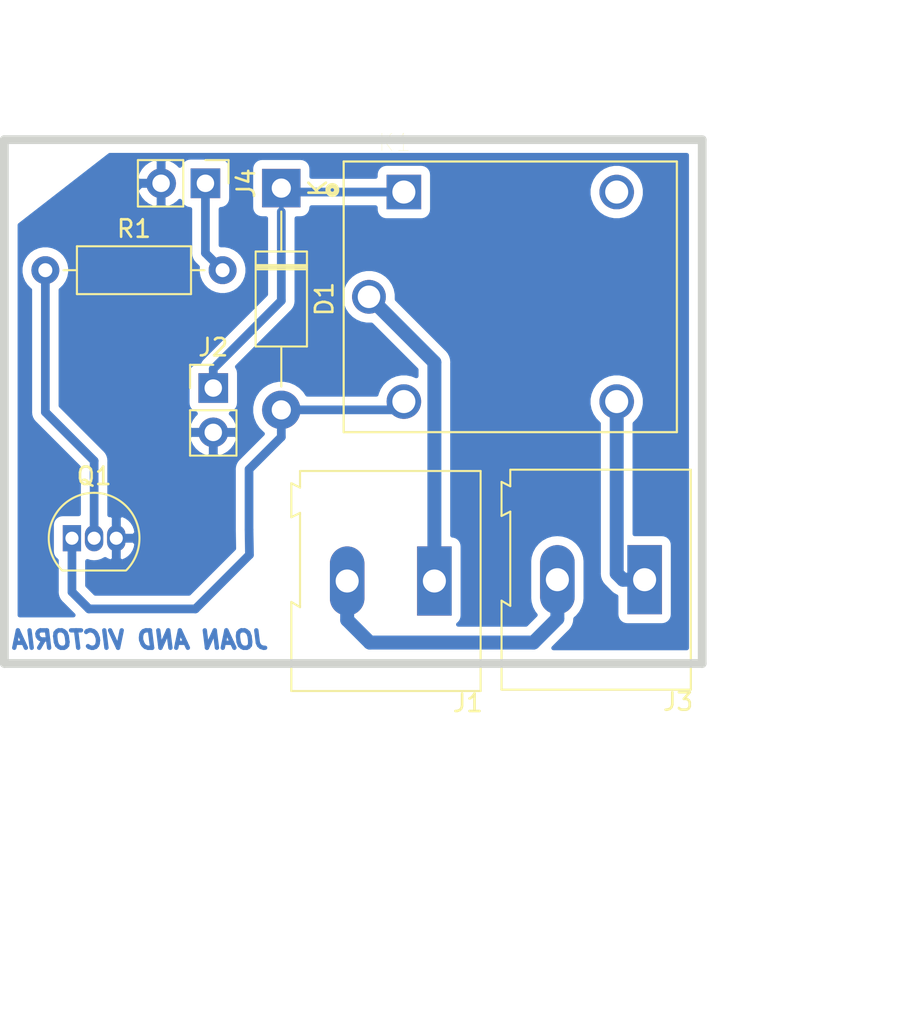
<source format=kicad_pcb>
(kicad_pcb (version 20171130) (host pcbnew "(5.1.5)-3")

  (general
    (thickness 1.6)
    (drawings 8)
    (tracks 39)
    (zones 0)
    (modules 8)
    (nets 10)
  )

  (page A4)
  (layers
    (0 F.Cu signal)
    (31 B.Cu signal)
    (32 B.Adhes user)
    (33 F.Adhes user)
    (34 B.Paste user)
    (35 F.Paste user)
    (36 B.SilkS user)
    (37 F.SilkS user)
    (38 B.Mask user)
    (39 F.Mask user)
    (40 Dwgs.User user)
    (41 Cmts.User user)
    (42 Eco1.User user)
    (43 Eco2.User user)
    (44 Edge.Cuts user)
    (45 Margin user)
    (46 B.CrtYd user)
    (47 F.CrtYd user)
    (48 B.Fab user)
    (49 F.Fab user)
  )

  (setup
    (last_trace_width 0.25)
    (trace_clearance 0.2)
    (zone_clearance 0.508)
    (zone_45_only no)
    (trace_min 0.2)
    (via_size 0.8)
    (via_drill 0.4)
    (via_min_size 0.4)
    (via_min_drill 0.3)
    (uvia_size 0.3)
    (uvia_drill 0.1)
    (uvias_allowed no)
    (uvia_min_size 0.2)
    (uvia_min_drill 0.1)
    (edge_width 0.05)
    (segment_width 0.2)
    (pcb_text_width 0.3)
    (pcb_text_size 1.5 1.5)
    (mod_edge_width 0.12)
    (mod_text_size 1 1)
    (mod_text_width 0.15)
    (pad_size 1.524 1.524)
    (pad_drill 0.762)
    (pad_to_mask_clearance 0.051)
    (solder_mask_min_width 0.25)
    (aux_axis_origin 0 0)
    (visible_elements 7FFFFFFF)
    (pcbplotparams
      (layerselection 0x00000_fffffffe)
      (usegerberextensions false)
      (usegerberattributes false)
      (usegerberadvancedattributes false)
      (creategerberjobfile false)
      (excludeedgelayer false)
      (linewidth 0.100000)
      (plotframeref false)
      (viasonmask false)
      (mode 1)
      (useauxorigin false)
      (hpglpennumber 1)
      (hpglpenspeed 20)
      (hpglpendiameter 15.000000)
      (psnegative false)
      (psa4output false)
      (plotreference true)
      (plotvalue true)
      (plotinvisibletext false)
      (padsonsilk false)
      (subtractmaskfromsilk false)
      (outputformat 4)
      (mirror false)
      (drillshape 0)
      (scaleselection 1)
      (outputdirectory "C:/Users/joan/Desktop/KiCad/FUSH PDF/"))
  )

  (net 0 "")
  (net 1 "Net-(D1-Pad2)")
  (net 2 "Net-(Q1-Pad2)")
  (net 3 +5V)
  (net 4 "Net-(J1-Pad2)")
  (net 5 "Net-(J1-Pad1)")
  (net 6 NO)
  (net 7 "Net-(K1-PadNC)")
  (net 8 -5V)
  (net 9 "Net-(J4-Pad1)")

  (net_class Default "This is the default net class."
    (clearance 0.2)
    (trace_width 0.25)
    (via_dia 0.8)
    (via_drill 0.4)
    (uvia_dia 0.3)
    (uvia_drill 0.1)
    (add_net +5V)
    (add_net -5V)
    (add_net NO)
    (add_net "Net-(D1-Pad2)")
    (add_net "Net-(J1-Pad1)")
    (add_net "Net-(J1-Pad2)")
    (add_net "Net-(J4-Pad1)")
    (add_net "Net-(K1-PadNC)")
    (add_net "Net-(Q1-Pad2)")
  )

  (module Connector_PinHeader_2.54mm:PinHeader_1x02_P2.54mm_Vertical (layer F.Cu) (tedit 59FED5CC) (tstamp 60362D7E)
    (at 142.525 42.5 270)
    (descr "Through hole straight pin header, 1x02, 2.54mm pitch, single row")
    (tags "Through hole pin header THT 1x02 2.54mm single row")
    (path /60362F2F)
    (fp_text reference J4 (at 0 -2.33 90) (layer F.SilkS)
      (effects (font (size 1 1) (thickness 0.15)))
    )
    (fp_text value ARD (at 0 4.87 90) (layer F.Fab)
      (effects (font (size 1 1) (thickness 0.25)))
    )
    (fp_line (start -0.635 -1.27) (end 1.27 -1.27) (layer F.Fab) (width 0.1))
    (fp_line (start 1.27 -1.27) (end 1.27 3.81) (layer F.Fab) (width 0.1))
    (fp_line (start 1.27 3.81) (end -1.27 3.81) (layer F.Fab) (width 0.1))
    (fp_line (start -1.27 3.81) (end -1.27 -0.635) (layer F.Fab) (width 0.1))
    (fp_line (start -1.27 -0.635) (end -0.635 -1.27) (layer F.Fab) (width 0.1))
    (fp_line (start -1.33 3.87) (end 1.33 3.87) (layer F.SilkS) (width 0.12))
    (fp_line (start -1.33 1.27) (end -1.33 3.87) (layer F.SilkS) (width 0.12))
    (fp_line (start 1.33 1.27) (end 1.33 3.87) (layer F.SilkS) (width 0.12))
    (fp_line (start -1.33 1.27) (end 1.33 1.27) (layer F.SilkS) (width 0.12))
    (fp_line (start -1.33 0) (end -1.33 -1.33) (layer F.SilkS) (width 0.12))
    (fp_line (start -1.33 -1.33) (end 0 -1.33) (layer F.SilkS) (width 0.12))
    (fp_line (start -1.8 -1.8) (end -1.8 4.35) (layer F.CrtYd) (width 0.05))
    (fp_line (start -1.8 4.35) (end 1.8 4.35) (layer F.CrtYd) (width 0.05))
    (fp_line (start 1.8 4.35) (end 1.8 -1.8) (layer F.CrtYd) (width 0.05))
    (fp_line (start 1.8 -1.8) (end -1.8 -1.8) (layer F.CrtYd) (width 0.05))
    (fp_text user %R (at 0 1.27) (layer F.Fab)
      (effects (font (size 1 1) (thickness 0.15)))
    )
    (pad 1 thru_hole rect (at 0 0 270) (size 1.7 1.7) (drill 1) (layers *.Cu *.Mask)
      (net 9 "Net-(J4-Pad1)"))
    (pad 2 thru_hole oval (at 0 2.54 270) (size 1.7 1.7) (drill 1) (layers *.Cu *.Mask)
      (net 8 -5V))
    (model ${KISYS3DMOD}/Connector_PinHeader_2.54mm.3dshapes/PinHeader_1x02_P2.54mm_Vertical.wrl
      (at (xyz 0 0 0))
      (scale (xyz 1 1 1))
      (rotate (xyz 0 0 0))
    )
  )

  (module Diode_THT:D_DO-41_SOD81_P12.70mm_Horizontal (layer F.Cu) (tedit 5AE50CD5) (tstamp 603580CD)
    (at 146.875 42.775 270)
    (descr "Diode, DO-41_SOD81 series, Axial, Horizontal, pin pitch=12.7mm, , length*diameter=5.2*2.7mm^2, , http://www.diodes.com/_files/packages/DO-41%20(Plastic).pdf")
    (tags "Diode DO-41_SOD81 series Axial Horizontal pin pitch 12.7mm  length 5.2mm diameter 2.7mm")
    (path /6035DC2B)
    (fp_text reference D1 (at 6.35 -2.47 90) (layer F.SilkS)
      (effects (font (size 1 1) (thickness 0.15)))
    )
    (fp_text value 1N4007 (at 6.35 2.47 90) (layer F.Fab)
      (effects (font (size 1 1) (thickness 0.15)))
    )
    (fp_line (start 3.75 -1.35) (end 3.75 1.35) (layer F.Fab) (width 0.1))
    (fp_line (start 3.75 1.35) (end 8.95 1.35) (layer F.Fab) (width 0.1))
    (fp_line (start 8.95 1.35) (end 8.95 -1.35) (layer F.Fab) (width 0.1))
    (fp_line (start 8.95 -1.35) (end 3.75 -1.35) (layer F.Fab) (width 0.1))
    (fp_line (start 0 0) (end 3.75 0) (layer F.Fab) (width 0.1))
    (fp_line (start 12.7 0) (end 8.95 0) (layer F.Fab) (width 0.1))
    (fp_line (start 4.53 -1.35) (end 4.53 1.35) (layer F.Fab) (width 0.1))
    (fp_line (start 4.63 -1.35) (end 4.63 1.35) (layer F.Fab) (width 0.1))
    (fp_line (start 4.43 -1.35) (end 4.43 1.35) (layer F.Fab) (width 0.1))
    (fp_line (start 3.63 -1.47) (end 3.63 1.47) (layer F.SilkS) (width 0.12))
    (fp_line (start 3.63 1.47) (end 9.07 1.47) (layer F.SilkS) (width 0.12))
    (fp_line (start 9.07 1.47) (end 9.07 -1.47) (layer F.SilkS) (width 0.12))
    (fp_line (start 9.07 -1.47) (end 3.63 -1.47) (layer F.SilkS) (width 0.12))
    (fp_line (start 1.34 0) (end 3.63 0) (layer F.SilkS) (width 0.12))
    (fp_line (start 11.36 0) (end 9.07 0) (layer F.SilkS) (width 0.12))
    (fp_line (start 4.53 -1.47) (end 4.53 1.47) (layer F.SilkS) (width 0.12))
    (fp_line (start 4.65 -1.47) (end 4.65 1.47) (layer F.SilkS) (width 0.12))
    (fp_line (start 4.41 -1.47) (end 4.41 1.47) (layer F.SilkS) (width 0.12))
    (fp_line (start -1.35 -1.6) (end -1.35 1.6) (layer F.CrtYd) (width 0.05))
    (fp_line (start -1.35 1.6) (end 14.05 1.6) (layer F.CrtYd) (width 0.05))
    (fp_line (start 14.05 1.6) (end 14.05 -1.6) (layer F.CrtYd) (width 0.05))
    (fp_line (start 14.05 -1.6) (end -1.35 -1.6) (layer F.CrtYd) (width 0.05))
    (fp_text user %R (at 6.74 0 90) (layer F.Fab)
      (effects (font (size 1 1) (thickness 0.15)))
    )
    (fp_text user K (at 0 -2.1 90) (layer F.Fab)
      (effects (font (size 1 1) (thickness 0.15)))
    )
    (fp_text user K (at 0 -2.1 90) (layer F.SilkS)
      (effects (font (size 1 1) (thickness 0.15)))
    )
    (pad 1 thru_hole rect (at 0 0 270) (size 2.2 2.2) (drill 1.1) (layers *.Cu *.Mask)
      (net 3 +5V))
    (pad 2 thru_hole oval (at 12.7 0 270) (size 2.2 2.2) (drill 1.1) (layers *.Cu *.Mask)
      (net 1 "Net-(D1-Pad2)"))
    (model ${KISYS3DMOD}/Diode_THT.3dshapes/D_DO-41_SOD81_P12.70mm_Horizontal.wrl
      (at (xyz 0 0 0))
      (scale (xyz 1 1 1))
      (rotate (xyz 0 0 0))
    )
  )

  (module TerminalBlock:TerminalBlock_Altech_AK300-2_P5.00mm (layer F.Cu) (tedit 59FF0306) (tstamp 603580CE)
    (at 155.65 65.275 180)
    (descr "Altech AK300 terminal block, pitch 5.0mm, 45 degree angled, see http://www.mouser.com/ds/2/16/PCBMETRC-24178.pdf")
    (tags "Altech AK300 terminal block pitch 5.0mm")
    (path /602E4745)
    (fp_text reference J1 (at -1.92 -6.99) (layer F.SilkS)
      (effects (font (size 1 1) (thickness 0.15)))
    )
    (fp_text value AC (at 2.78 7.75) (layer F.Fab)
      (effects (font (size 1 1) (thickness 0.15)))
    )
    (fp_text user %R (at 2.5 -2) (layer F.Fab)
      (effects (font (size 1 1) (thickness 0.15)))
    )
    (fp_line (start -2.65 -6.3) (end -2.65 6.3) (layer F.SilkS) (width 0.12))
    (fp_line (start -2.65 6.3) (end 7.7 6.3) (layer F.SilkS) (width 0.12))
    (fp_line (start 7.7 6.3) (end 7.7 5.35) (layer F.SilkS) (width 0.12))
    (fp_line (start 7.7 5.35) (end 8.2 5.6) (layer F.SilkS) (width 0.12))
    (fp_line (start 8.2 5.6) (end 8.2 3.7) (layer F.SilkS) (width 0.12))
    (fp_line (start 8.2 3.7) (end 8.2 3.65) (layer F.SilkS) (width 0.12))
    (fp_line (start 8.2 3.65) (end 7.7 3.9) (layer F.SilkS) (width 0.12))
    (fp_line (start 7.7 3.9) (end 7.7 -1.5) (layer F.SilkS) (width 0.12))
    (fp_line (start 7.7 -1.5) (end 8.2 -1.2) (layer F.SilkS) (width 0.12))
    (fp_line (start 8.2 -1.2) (end 8.2 -6.3) (layer F.SilkS) (width 0.12))
    (fp_line (start 8.2 -6.3) (end -2.65 -6.3) (layer F.SilkS) (width 0.12))
    (fp_line (start -1.26 2.54) (end 1.28 2.54) (layer F.Fab) (width 0.1))
    (fp_line (start 1.28 2.54) (end 1.28 -0.25) (layer F.Fab) (width 0.1))
    (fp_line (start -1.26 -0.25) (end 1.28 -0.25) (layer F.Fab) (width 0.1))
    (fp_line (start -1.26 2.54) (end -1.26 -0.25) (layer F.Fab) (width 0.1))
    (fp_line (start 3.74 2.54) (end 6.28 2.54) (layer F.Fab) (width 0.1))
    (fp_line (start 6.28 2.54) (end 6.28 -0.25) (layer F.Fab) (width 0.1))
    (fp_line (start 3.74 -0.25) (end 6.28 -0.25) (layer F.Fab) (width 0.1))
    (fp_line (start 3.74 2.54) (end 3.74 -0.25) (layer F.Fab) (width 0.1))
    (fp_line (start 7.61 -6.22) (end 7.61 -3.17) (layer F.Fab) (width 0.1))
    (fp_line (start 7.61 -6.22) (end -2.58 -6.22) (layer F.Fab) (width 0.1))
    (fp_line (start 7.61 -6.22) (end 8.11 -6.22) (layer F.Fab) (width 0.1))
    (fp_line (start 8.11 -6.22) (end 8.11 -1.4) (layer F.Fab) (width 0.1))
    (fp_line (start 8.11 -1.4) (end 7.61 -1.65) (layer F.Fab) (width 0.1))
    (fp_line (start 8.11 5.46) (end 7.61 5.21) (layer F.Fab) (width 0.1))
    (fp_line (start 7.61 5.21) (end 7.61 6.22) (layer F.Fab) (width 0.1))
    (fp_line (start 8.11 3.81) (end 7.61 4.06) (layer F.Fab) (width 0.1))
    (fp_line (start 7.61 4.06) (end 7.61 5.21) (layer F.Fab) (width 0.1))
    (fp_line (start 8.11 3.81) (end 8.11 5.46) (layer F.Fab) (width 0.1))
    (fp_line (start 2.98 6.22) (end 2.98 4.32) (layer F.Fab) (width 0.1))
    (fp_line (start 7.05 -0.25) (end 7.05 4.32) (layer F.Fab) (width 0.1))
    (fp_line (start 2.98 6.22) (end 7.05 6.22) (layer F.Fab) (width 0.1))
    (fp_line (start 7.05 6.22) (end 7.61 6.22) (layer F.Fab) (width 0.1))
    (fp_line (start 2.04 6.22) (end 2.04 4.32) (layer F.Fab) (width 0.1))
    (fp_line (start 2.04 6.22) (end 2.98 6.22) (layer F.Fab) (width 0.1))
    (fp_line (start -2.02 -0.25) (end -2.02 4.32) (layer F.Fab) (width 0.1))
    (fp_line (start -2.58 6.22) (end -2.02 6.22) (layer F.Fab) (width 0.1))
    (fp_line (start -2.02 6.22) (end 2.04 6.22) (layer F.Fab) (width 0.1))
    (fp_line (start 2.98 4.32) (end 7.05 4.32) (layer F.Fab) (width 0.1))
    (fp_line (start 2.98 4.32) (end 2.98 -0.25) (layer F.Fab) (width 0.1))
    (fp_line (start 7.05 4.32) (end 7.05 6.22) (layer F.Fab) (width 0.1))
    (fp_line (start 2.04 4.32) (end -2.02 4.32) (layer F.Fab) (width 0.1))
    (fp_line (start 2.04 4.32) (end 2.04 -0.25) (layer F.Fab) (width 0.1))
    (fp_line (start -2.02 4.32) (end -2.02 6.22) (layer F.Fab) (width 0.1))
    (fp_line (start 6.67 3.68) (end 6.67 0.51) (layer F.Fab) (width 0.1))
    (fp_line (start 6.67 3.68) (end 3.36 3.68) (layer F.Fab) (width 0.1))
    (fp_line (start 3.36 3.68) (end 3.36 0.51) (layer F.Fab) (width 0.1))
    (fp_line (start 1.66 3.68) (end 1.66 0.51) (layer F.Fab) (width 0.1))
    (fp_line (start 1.66 3.68) (end -1.64 3.68) (layer F.Fab) (width 0.1))
    (fp_line (start -1.64 3.68) (end -1.64 0.51) (layer F.Fab) (width 0.1))
    (fp_line (start -1.64 0.51) (end -1.26 0.51) (layer F.Fab) (width 0.1))
    (fp_line (start 1.66 0.51) (end 1.28 0.51) (layer F.Fab) (width 0.1))
    (fp_line (start 3.36 0.51) (end 3.74 0.51) (layer F.Fab) (width 0.1))
    (fp_line (start 6.67 0.51) (end 6.28 0.51) (layer F.Fab) (width 0.1))
    (fp_line (start -2.58 6.22) (end -2.58 -0.64) (layer F.Fab) (width 0.1))
    (fp_line (start -2.58 -0.64) (end -2.58 -3.17) (layer F.Fab) (width 0.1))
    (fp_line (start 7.61 -1.65) (end 7.61 -0.64) (layer F.Fab) (width 0.1))
    (fp_line (start 7.61 -0.64) (end 7.61 4.06) (layer F.Fab) (width 0.1))
    (fp_line (start -2.58 -3.17) (end 7.61 -3.17) (layer F.Fab) (width 0.1))
    (fp_line (start -2.58 -3.17) (end -2.58 -6.22) (layer F.Fab) (width 0.1))
    (fp_line (start 7.61 -3.17) (end 7.61 -1.65) (layer F.Fab) (width 0.1))
    (fp_line (start 2.98 -3.43) (end 2.98 -5.97) (layer F.Fab) (width 0.1))
    (fp_line (start 2.98 -5.97) (end 7.05 -5.97) (layer F.Fab) (width 0.1))
    (fp_line (start 7.05 -5.97) (end 7.05 -3.43) (layer F.Fab) (width 0.1))
    (fp_line (start 7.05 -3.43) (end 2.98 -3.43) (layer F.Fab) (width 0.1))
    (fp_line (start 2.04 -3.43) (end 2.04 -5.97) (layer F.Fab) (width 0.1))
    (fp_line (start 2.04 -3.43) (end -2.02 -3.43) (layer F.Fab) (width 0.1))
    (fp_line (start -2.02 -3.43) (end -2.02 -5.97) (layer F.Fab) (width 0.1))
    (fp_line (start 2.04 -5.97) (end -2.02 -5.97) (layer F.Fab) (width 0.1))
    (fp_line (start 3.39 -4.45) (end 6.44 -5.08) (layer F.Fab) (width 0.1))
    (fp_line (start 3.52 -4.32) (end 6.56 -4.95) (layer F.Fab) (width 0.1))
    (fp_line (start -1.62 -4.45) (end 1.44 -5.08) (layer F.Fab) (width 0.1))
    (fp_line (start -1.49 -4.32) (end 1.56 -4.95) (layer F.Fab) (width 0.1))
    (fp_line (start -2.02 -0.25) (end -1.64 -0.25) (layer F.Fab) (width 0.1))
    (fp_line (start 2.04 -0.25) (end 1.66 -0.25) (layer F.Fab) (width 0.1))
    (fp_line (start 1.66 -0.25) (end -1.64 -0.25) (layer F.Fab) (width 0.1))
    (fp_line (start -2.58 -0.64) (end -1.64 -0.64) (layer F.Fab) (width 0.1))
    (fp_line (start -1.64 -0.64) (end 1.66 -0.64) (layer F.Fab) (width 0.1))
    (fp_line (start 1.66 -0.64) (end 3.36 -0.64) (layer F.Fab) (width 0.1))
    (fp_line (start 7.61 -0.64) (end 6.67 -0.64) (layer F.Fab) (width 0.1))
    (fp_line (start 6.67 -0.64) (end 3.36 -0.64) (layer F.Fab) (width 0.1))
    (fp_line (start 7.05 -0.25) (end 6.67 -0.25) (layer F.Fab) (width 0.1))
    (fp_line (start 2.98 -0.25) (end 3.36 -0.25) (layer F.Fab) (width 0.1))
    (fp_line (start 3.36 -0.25) (end 6.67 -0.25) (layer F.Fab) (width 0.1))
    (fp_line (start -2.83 -6.47) (end 8.36 -6.47) (layer F.CrtYd) (width 0.05))
    (fp_line (start -2.83 -6.47) (end -2.83 6.47) (layer F.CrtYd) (width 0.05))
    (fp_line (start 8.36 6.47) (end 8.36 -6.47) (layer F.CrtYd) (width 0.05))
    (fp_line (start 8.36 6.47) (end -2.83 6.47) (layer F.CrtYd) (width 0.05))
    (fp_arc (start 6.03 -4.59) (end 6.54 -5.05) (angle 90.5) (layer F.Fab) (width 0.1))
    (fp_arc (start 5.07 -6.07) (end 6.53 -4.12) (angle 75.5) (layer F.Fab) (width 0.1))
    (fp_arc (start 4.99 -3.71) (end 3.39 -5) (angle 100) (layer F.Fab) (width 0.1))
    (fp_arc (start 3.87 -4.65) (end 3.58 -4.13) (angle 104.2) (layer F.Fab) (width 0.1))
    (fp_arc (start 1.03 -4.59) (end 1.53 -5.05) (angle 90.5) (layer F.Fab) (width 0.1))
    (fp_arc (start 0.06 -6.07) (end 1.53 -4.12) (angle 75.5) (layer F.Fab) (width 0.1))
    (fp_arc (start -0.01 -3.71) (end -1.62 -5) (angle 100) (layer F.Fab) (width 0.1))
    (fp_arc (start -1.13 -4.65) (end -1.42 -4.13) (angle 104.2) (layer F.Fab) (width 0.1))
    (pad 1 thru_hole rect (at 0 0 180) (size 1.98 3.96) (drill 1.32) (layers *.Cu *.Mask)
      (net 5 "Net-(J1-Pad1)"))
    (pad 2 thru_hole oval (at 5 0 180) (size 1.98 3.96) (drill 1.32) (layers *.Cu *.Mask)
      (net 4 "Net-(J1-Pad2)"))
    (model ${KISYS3DMOD}/TerminalBlock.3dshapes/TerminalBlock_Altech_AK300-2_P5.00mm.wrl
      (at (xyz 0 0 0))
      (scale (xyz 1 1 1))
      (rotate (xyz 0 0 0))
    )
  )

  (module Connector_PinHeader_2.54mm:PinHeader_1x02_P2.54mm_Vertical (layer F.Cu) (tedit 59FED5CC) (tstamp 60358149)
    (at 142.975 54.225)
    (descr "Through hole straight pin header, 1x02, 2.54mm pitch, single row")
    (tags "Through hole pin header THT 1x02 2.54mm single row")
    (path /6037200C)
    (fp_text reference J2 (at 0 -2.33) (layer F.SilkS)
      (effects (font (size 1 1) (thickness 0.15)))
    )
    (fp_text value 5V (at 0 4.87) (layer F.Fab)
      (effects (font (size 1 1) (thickness 0.15)))
    )
    (fp_line (start -0.635 -1.27) (end 1.27 -1.27) (layer F.Fab) (width 0.1))
    (fp_line (start 1.27 -1.27) (end 1.27 3.81) (layer F.Fab) (width 0.1))
    (fp_line (start 1.27 3.81) (end -1.27 3.81) (layer F.Fab) (width 0.1))
    (fp_line (start -1.27 3.81) (end -1.27 -0.635) (layer F.Fab) (width 0.1))
    (fp_line (start -1.27 -0.635) (end -0.635 -1.27) (layer F.Fab) (width 0.1))
    (fp_line (start -1.33 3.87) (end 1.33 3.87) (layer F.SilkS) (width 0.12))
    (fp_line (start -1.33 1.27) (end -1.33 3.87) (layer F.SilkS) (width 0.12))
    (fp_line (start 1.33 1.27) (end 1.33 3.87) (layer F.SilkS) (width 0.12))
    (fp_line (start -1.33 1.27) (end 1.33 1.27) (layer F.SilkS) (width 0.12))
    (fp_line (start -1.33 0) (end -1.33 -1.33) (layer F.SilkS) (width 0.12))
    (fp_line (start -1.33 -1.33) (end 0 -1.33) (layer F.SilkS) (width 0.12))
    (fp_line (start -1.8 -1.8) (end -1.8 4.35) (layer F.CrtYd) (width 0.05))
    (fp_line (start -1.8 4.35) (end 1.8 4.35) (layer F.CrtYd) (width 0.05))
    (fp_line (start 1.8 4.35) (end 1.8 -1.8) (layer F.CrtYd) (width 0.05))
    (fp_line (start 1.8 -1.8) (end -1.8 -1.8) (layer F.CrtYd) (width 0.05))
    (fp_text user %R (at 0 1.27 90) (layer F.Fab)
      (effects (font (size 1 1) (thickness 0.15)))
    )
    (pad 1 thru_hole rect (at 0 0) (size 1.7 1.7) (drill 1) (layers *.Cu *.Mask)
      (net 3 +5V))
    (pad 2 thru_hole oval (at 0 2.54) (size 1.7 1.7) (drill 1) (layers *.Cu *.Mask)
      (net 8 -5V))
    (model ${KISYS3DMOD}/Connector_PinHeader_2.54mm.3dshapes/PinHeader_1x02_P2.54mm_Vertical.wrl
      (at (xyz 0 0 0))
      (scale (xyz 1 1 1))
      (rotate (xyz 0 0 0))
    )
  )

  (module TerminalBlock:TerminalBlock_Altech_AK300-2_P5.00mm (layer F.Cu) (tedit 59FF0306) (tstamp 603581B0)
    (at 167.7 65.2 180)
    (descr "Altech AK300 terminal block, pitch 5.0mm, 45 degree angled, see http://www.mouser.com/ds/2/16/PCBMETRC-24178.pdf")
    (tags "Altech AK300 terminal block pitch 5.0mm")
    (path /6036E7A5)
    (fp_text reference J3 (at -1.92 -6.99) (layer F.SilkS)
      (effects (font (size 1 1) (thickness 0.15)))
    )
    (fp_text value LAMP (at 2.78 7.75) (layer F.Fab)
      (effects (font (size 1 1) (thickness 0.15)))
    )
    (fp_arc (start -1.13 -4.65) (end -1.42 -4.13) (angle 104.2) (layer F.Fab) (width 0.1))
    (fp_arc (start -0.01 -3.71) (end -1.62 -5) (angle 100) (layer F.Fab) (width 0.1))
    (fp_arc (start 0.06 -6.07) (end 1.53 -4.12) (angle 75.5) (layer F.Fab) (width 0.1))
    (fp_arc (start 1.03 -4.59) (end 1.53 -5.05) (angle 90.5) (layer F.Fab) (width 0.1))
    (fp_arc (start 3.87 -4.65) (end 3.58 -4.13) (angle 104.2) (layer F.Fab) (width 0.1))
    (fp_arc (start 4.99 -3.71) (end 3.39 -5) (angle 100) (layer F.Fab) (width 0.1))
    (fp_arc (start 5.07 -6.07) (end 6.53 -4.12) (angle 75.5) (layer F.Fab) (width 0.1))
    (fp_arc (start 6.03 -4.59) (end 6.54 -5.05) (angle 90.5) (layer F.Fab) (width 0.1))
    (fp_line (start 8.36 6.47) (end -2.83 6.47) (layer F.CrtYd) (width 0.05))
    (fp_line (start 8.36 6.47) (end 8.36 -6.47) (layer F.CrtYd) (width 0.05))
    (fp_line (start -2.83 -6.47) (end -2.83 6.47) (layer F.CrtYd) (width 0.05))
    (fp_line (start -2.83 -6.47) (end 8.36 -6.47) (layer F.CrtYd) (width 0.05))
    (fp_line (start 3.36 -0.25) (end 6.67 -0.25) (layer F.Fab) (width 0.1))
    (fp_line (start 2.98 -0.25) (end 3.36 -0.25) (layer F.Fab) (width 0.1))
    (fp_line (start 7.05 -0.25) (end 6.67 -0.25) (layer F.Fab) (width 0.1))
    (fp_line (start 6.67 -0.64) (end 3.36 -0.64) (layer F.Fab) (width 0.1))
    (fp_line (start 7.61 -0.64) (end 6.67 -0.64) (layer F.Fab) (width 0.1))
    (fp_line (start 1.66 -0.64) (end 3.36 -0.64) (layer F.Fab) (width 0.1))
    (fp_line (start -1.64 -0.64) (end 1.66 -0.64) (layer F.Fab) (width 0.1))
    (fp_line (start -2.58 -0.64) (end -1.64 -0.64) (layer F.Fab) (width 0.1))
    (fp_line (start 1.66 -0.25) (end -1.64 -0.25) (layer F.Fab) (width 0.1))
    (fp_line (start 2.04 -0.25) (end 1.66 -0.25) (layer F.Fab) (width 0.1))
    (fp_line (start -2.02 -0.25) (end -1.64 -0.25) (layer F.Fab) (width 0.1))
    (fp_line (start -1.49 -4.32) (end 1.56 -4.95) (layer F.Fab) (width 0.1))
    (fp_line (start -1.62 -4.45) (end 1.44 -5.08) (layer F.Fab) (width 0.1))
    (fp_line (start 3.52 -4.32) (end 6.56 -4.95) (layer F.Fab) (width 0.1))
    (fp_line (start 3.39 -4.45) (end 6.44 -5.08) (layer F.Fab) (width 0.1))
    (fp_line (start 2.04 -5.97) (end -2.02 -5.97) (layer F.Fab) (width 0.1))
    (fp_line (start -2.02 -3.43) (end -2.02 -5.97) (layer F.Fab) (width 0.1))
    (fp_line (start 2.04 -3.43) (end -2.02 -3.43) (layer F.Fab) (width 0.1))
    (fp_line (start 2.04 -3.43) (end 2.04 -5.97) (layer F.Fab) (width 0.1))
    (fp_line (start 7.05 -3.43) (end 2.98 -3.43) (layer F.Fab) (width 0.1))
    (fp_line (start 7.05 -5.97) (end 7.05 -3.43) (layer F.Fab) (width 0.1))
    (fp_line (start 2.98 -5.97) (end 7.05 -5.97) (layer F.Fab) (width 0.1))
    (fp_line (start 2.98 -3.43) (end 2.98 -5.97) (layer F.Fab) (width 0.1))
    (fp_line (start 7.61 -3.17) (end 7.61 -1.65) (layer F.Fab) (width 0.1))
    (fp_line (start -2.58 -3.17) (end -2.58 -6.22) (layer F.Fab) (width 0.1))
    (fp_line (start -2.58 -3.17) (end 7.61 -3.17) (layer F.Fab) (width 0.1))
    (fp_line (start 7.61 -0.64) (end 7.61 4.06) (layer F.Fab) (width 0.1))
    (fp_line (start 7.61 -1.65) (end 7.61 -0.64) (layer F.Fab) (width 0.1))
    (fp_line (start -2.58 -0.64) (end -2.58 -3.17) (layer F.Fab) (width 0.1))
    (fp_line (start -2.58 6.22) (end -2.58 -0.64) (layer F.Fab) (width 0.1))
    (fp_line (start 6.67 0.51) (end 6.28 0.51) (layer F.Fab) (width 0.1))
    (fp_line (start 3.36 0.51) (end 3.74 0.51) (layer F.Fab) (width 0.1))
    (fp_line (start 1.66 0.51) (end 1.28 0.51) (layer F.Fab) (width 0.1))
    (fp_line (start -1.64 0.51) (end -1.26 0.51) (layer F.Fab) (width 0.1))
    (fp_line (start -1.64 3.68) (end -1.64 0.51) (layer F.Fab) (width 0.1))
    (fp_line (start 1.66 3.68) (end -1.64 3.68) (layer F.Fab) (width 0.1))
    (fp_line (start 1.66 3.68) (end 1.66 0.51) (layer F.Fab) (width 0.1))
    (fp_line (start 3.36 3.68) (end 3.36 0.51) (layer F.Fab) (width 0.1))
    (fp_line (start 6.67 3.68) (end 3.36 3.68) (layer F.Fab) (width 0.1))
    (fp_line (start 6.67 3.68) (end 6.67 0.51) (layer F.Fab) (width 0.1))
    (fp_line (start -2.02 4.32) (end -2.02 6.22) (layer F.Fab) (width 0.1))
    (fp_line (start 2.04 4.32) (end 2.04 -0.25) (layer F.Fab) (width 0.1))
    (fp_line (start 2.04 4.32) (end -2.02 4.32) (layer F.Fab) (width 0.1))
    (fp_line (start 7.05 4.32) (end 7.05 6.22) (layer F.Fab) (width 0.1))
    (fp_line (start 2.98 4.32) (end 2.98 -0.25) (layer F.Fab) (width 0.1))
    (fp_line (start 2.98 4.32) (end 7.05 4.32) (layer F.Fab) (width 0.1))
    (fp_line (start -2.02 6.22) (end 2.04 6.22) (layer F.Fab) (width 0.1))
    (fp_line (start -2.58 6.22) (end -2.02 6.22) (layer F.Fab) (width 0.1))
    (fp_line (start -2.02 -0.25) (end -2.02 4.32) (layer F.Fab) (width 0.1))
    (fp_line (start 2.04 6.22) (end 2.98 6.22) (layer F.Fab) (width 0.1))
    (fp_line (start 2.04 6.22) (end 2.04 4.32) (layer F.Fab) (width 0.1))
    (fp_line (start 7.05 6.22) (end 7.61 6.22) (layer F.Fab) (width 0.1))
    (fp_line (start 2.98 6.22) (end 7.05 6.22) (layer F.Fab) (width 0.1))
    (fp_line (start 7.05 -0.25) (end 7.05 4.32) (layer F.Fab) (width 0.1))
    (fp_line (start 2.98 6.22) (end 2.98 4.32) (layer F.Fab) (width 0.1))
    (fp_line (start 8.11 3.81) (end 8.11 5.46) (layer F.Fab) (width 0.1))
    (fp_line (start 7.61 4.06) (end 7.61 5.21) (layer F.Fab) (width 0.1))
    (fp_line (start 8.11 3.81) (end 7.61 4.06) (layer F.Fab) (width 0.1))
    (fp_line (start 7.61 5.21) (end 7.61 6.22) (layer F.Fab) (width 0.1))
    (fp_line (start 8.11 5.46) (end 7.61 5.21) (layer F.Fab) (width 0.1))
    (fp_line (start 8.11 -1.4) (end 7.61 -1.65) (layer F.Fab) (width 0.1))
    (fp_line (start 8.11 -6.22) (end 8.11 -1.4) (layer F.Fab) (width 0.1))
    (fp_line (start 7.61 -6.22) (end 8.11 -6.22) (layer F.Fab) (width 0.1))
    (fp_line (start 7.61 -6.22) (end -2.58 -6.22) (layer F.Fab) (width 0.1))
    (fp_line (start 7.61 -6.22) (end 7.61 -3.17) (layer F.Fab) (width 0.1))
    (fp_line (start 3.74 2.54) (end 3.74 -0.25) (layer F.Fab) (width 0.1))
    (fp_line (start 3.74 -0.25) (end 6.28 -0.25) (layer F.Fab) (width 0.1))
    (fp_line (start 6.28 2.54) (end 6.28 -0.25) (layer F.Fab) (width 0.1))
    (fp_line (start 3.74 2.54) (end 6.28 2.54) (layer F.Fab) (width 0.1))
    (fp_line (start -1.26 2.54) (end -1.26 -0.25) (layer F.Fab) (width 0.1))
    (fp_line (start -1.26 -0.25) (end 1.28 -0.25) (layer F.Fab) (width 0.1))
    (fp_line (start 1.28 2.54) (end 1.28 -0.25) (layer F.Fab) (width 0.1))
    (fp_line (start -1.26 2.54) (end 1.28 2.54) (layer F.Fab) (width 0.1))
    (fp_line (start 8.2 -6.3) (end -2.65 -6.3) (layer F.SilkS) (width 0.12))
    (fp_line (start 8.2 -1.2) (end 8.2 -6.3) (layer F.SilkS) (width 0.12))
    (fp_line (start 7.7 -1.5) (end 8.2 -1.2) (layer F.SilkS) (width 0.12))
    (fp_line (start 7.7 3.9) (end 7.7 -1.5) (layer F.SilkS) (width 0.12))
    (fp_line (start 8.2 3.65) (end 7.7 3.9) (layer F.SilkS) (width 0.12))
    (fp_line (start 8.2 3.7) (end 8.2 3.65) (layer F.SilkS) (width 0.12))
    (fp_line (start 8.2 5.6) (end 8.2 3.7) (layer F.SilkS) (width 0.12))
    (fp_line (start 7.7 5.35) (end 8.2 5.6) (layer F.SilkS) (width 0.12))
    (fp_line (start 7.7 6.3) (end 7.7 5.35) (layer F.SilkS) (width 0.12))
    (fp_line (start -2.65 6.3) (end 7.7 6.3) (layer F.SilkS) (width 0.12))
    (fp_line (start -2.65 -6.3) (end -2.65 6.3) (layer F.SilkS) (width 0.12))
    (fp_text user %R (at 2.5 -2) (layer F.Fab)
      (effects (font (size 1 1) (thickness 0.15)))
    )
    (pad 2 thru_hole oval (at 5 0 180) (size 1.98 3.96) (drill 1.32) (layers *.Cu *.Mask)
      (net 4 "Net-(J1-Pad2)"))
    (pad 1 thru_hole rect (at 0 0 180) (size 1.98 3.96) (drill 1.32) (layers *.Cu *.Mask)
      (net 6 NO))
    (model ${KISYS3DMOD}/TerminalBlock.3dshapes/TerminalBlock_Altech_AK300-2_P5.00mm.wrl
      (at (xyz 0 0 0))
      (scale (xyz 1 1 1))
      (rotate (xyz 0 0 0))
    )
  )

  (module SRD05VDC:RELAY_SRD-05VDC-SL-C (layer F.Cu) (tedit 6034ED40) (tstamp 603581C6)
    (at 160 49)
    (path /6037B918)
    (fp_text reference K1 (at -6.62563 -8.83584) (layer F.SilkS)
      (effects (font (size 1.000094 1.000094) (thickness 0.015)))
    )
    (fp_text value SRD-05VDC-SL-C (at 2.90086 8.667695) (layer F.Fab)
      (effects (font (size 1.000307 1.000307) (thickness 0.015)))
    )
    (fp_line (start -9.55 7.75) (end -9.55 -7.75) (layer F.SilkS) (width 0.127))
    (fp_line (start -9.55 -7.75) (end 9.55 -7.75) (layer F.SilkS) (width 0.127))
    (fp_line (start 9.55 -7.75) (end 9.55 7.75) (layer F.SilkS) (width 0.127))
    (fp_line (start 9.55 7.75) (end -9.55 7.75) (layer F.SilkS) (width 0.127))
    (fp_line (start -9.55 7.75) (end -9.55 -7.75) (layer F.Fab) (width 0.127))
    (fp_line (start -9.55 -7.75) (end 9.55 -7.75) (layer F.Fab) (width 0.127))
    (fp_line (start 9.55 -7.75) (end 9.55 7.75) (layer F.Fab) (width 0.127))
    (fp_line (start 9.55 7.75) (end -9.55 7.75) (layer F.Fab) (width 0.127))
    (fp_line (start -9.8 8) (end -9.8 -8) (layer F.CrtYd) (width 0.05))
    (fp_line (start -9.8 -8) (end 9.8 -8) (layer F.CrtYd) (width 0.05))
    (fp_line (start 9.8 -8) (end 9.8 8) (layer F.CrtYd) (width 0.05))
    (fp_line (start 9.8 8) (end -9.8 8) (layer F.CrtYd) (width 0.05))
    (fp_circle (center -10.2 -6.119) (end -10.1 -6.119) (layer F.SilkS) (width 0.3))
    (pad A1 thru_hole rect (at -6.1 -6) (size 1.98 1.98) (drill 1.32) (layers *.Cu *.Mask)
      (net 3 +5V))
    (pad COM thru_hole circle (at -8.1 0) (size 1.935 1.935) (drill 1.29) (layers *.Cu *.Mask)
      (net 5 "Net-(J1-Pad1)"))
    (pad A2 thru_hole circle (at -6.1 6) (size 1.98 1.98) (drill 1.32) (layers *.Cu *.Mask)
      (net 1 "Net-(D1-Pad2)"))
    (pad NO thru_hole circle (at 6.1 6) (size 1.98 1.98) (drill 1.32) (layers *.Cu *.Mask)
      (net 6 NO))
    (pad NC thru_hole circle (at 6.1 -6) (size 1.98 1.98) (drill 1.32) (layers *.Cu *.Mask)
      (net 7 "Net-(K1-PadNC)"))
  )

  (module Package_TO_SOT_THT:TO-92_Inline (layer F.Cu) (tedit 5A1DD157) (tstamp 603581C7)
    (at 134.875 62.825)
    (descr "TO-92 leads in-line, narrow, oval pads, drill 0.75mm (see NXP sot054_po.pdf)")
    (tags "to-92 sc-43 sc-43a sot54 PA33 transistor")
    (path /602F1703)
    (fp_text reference Q1 (at 1.27 -3.56) (layer F.SilkS)
      (effects (font (size 1 1) (thickness 0.15)))
    )
    (fp_text value BC547 (at 1.27 2.79) (layer F.Fab)
      (effects (font (size 1 1) (thickness 0.15)))
    )
    (fp_text user %R (at 1.27 -3.56) (layer F.Fab)
      (effects (font (size 1 1) (thickness 0.15)))
    )
    (fp_line (start -0.53 1.85) (end 3.07 1.85) (layer F.SilkS) (width 0.12))
    (fp_line (start -0.5 1.75) (end 3 1.75) (layer F.Fab) (width 0.1))
    (fp_line (start -1.46 -2.73) (end 4 -2.73) (layer F.CrtYd) (width 0.05))
    (fp_line (start -1.46 -2.73) (end -1.46 2.01) (layer F.CrtYd) (width 0.05))
    (fp_line (start 4 2.01) (end 4 -2.73) (layer F.CrtYd) (width 0.05))
    (fp_line (start 4 2.01) (end -1.46 2.01) (layer F.CrtYd) (width 0.05))
    (fp_arc (start 1.27 0) (end 1.27 -2.48) (angle 135) (layer F.Fab) (width 0.1))
    (fp_arc (start 1.27 0) (end 1.27 -2.6) (angle -135) (layer F.SilkS) (width 0.12))
    (fp_arc (start 1.27 0) (end 1.27 -2.48) (angle -135) (layer F.Fab) (width 0.1))
    (fp_arc (start 1.27 0) (end 1.27 -2.6) (angle 135) (layer F.SilkS) (width 0.12))
    (pad 2 thru_hole oval (at 1.27 0) (size 1.05 1.5) (drill 0.75) (layers *.Cu *.Mask)
      (net 2 "Net-(Q1-Pad2)"))
    (pad 3 thru_hole oval (at 2.54 0) (size 1.05 1.5) (drill 0.75) (layers *.Cu *.Mask)
      (net 8 -5V))
    (pad 1 thru_hole rect (at 0 0) (size 1.05 1.5) (drill 0.75) (layers *.Cu *.Mask)
      (net 1 "Net-(D1-Pad2)"))
    (model ${KISYS3DMOD}/Package_TO_SOT_THT.3dshapes/TO-92_Inline.wrl
      (at (xyz 0 0 0))
      (scale (xyz 1 1 1))
      (rotate (xyz 0 0 0))
    )
  )

  (module Resistor_THT:R_Axial_DIN0207_L6.3mm_D2.5mm_P10.16mm_Horizontal (layer F.Cu) (tedit 5AE5139B) (tstamp 603581D8)
    (at 133.35 47.475)
    (descr "Resistor, Axial_DIN0207 series, Axial, Horizontal, pin pitch=10.16mm, 0.25W = 1/4W, length*diameter=6.3*2.5mm^2, http://cdn-reichelt.de/documents/datenblatt/B400/1_4W%23YAG.pdf")
    (tags "Resistor Axial_DIN0207 series Axial Horizontal pin pitch 10.16mm 0.25W = 1/4W length 6.3mm diameter 2.5mm")
    (path /602E8DE9)
    (fp_text reference R1 (at 5.08 -2.37) (layer F.SilkS)
      (effects (font (size 1 1) (thickness 0.15)))
    )
    (fp_text value 1K (at 5.08 2.37) (layer F.Fab)
      (effects (font (size 1 1) (thickness 0.15)))
    )
    (fp_line (start 1.93 -1.25) (end 1.93 1.25) (layer F.Fab) (width 0.1))
    (fp_line (start 1.93 1.25) (end 8.23 1.25) (layer F.Fab) (width 0.1))
    (fp_line (start 8.23 1.25) (end 8.23 -1.25) (layer F.Fab) (width 0.1))
    (fp_line (start 8.23 -1.25) (end 1.93 -1.25) (layer F.Fab) (width 0.1))
    (fp_line (start 0 0) (end 1.93 0) (layer F.Fab) (width 0.1))
    (fp_line (start 10.16 0) (end 8.23 0) (layer F.Fab) (width 0.1))
    (fp_line (start 1.81 -1.37) (end 1.81 1.37) (layer F.SilkS) (width 0.12))
    (fp_line (start 1.81 1.37) (end 8.35 1.37) (layer F.SilkS) (width 0.12))
    (fp_line (start 8.35 1.37) (end 8.35 -1.37) (layer F.SilkS) (width 0.12))
    (fp_line (start 8.35 -1.37) (end 1.81 -1.37) (layer F.SilkS) (width 0.12))
    (fp_line (start 1.04 0) (end 1.81 0) (layer F.SilkS) (width 0.12))
    (fp_line (start 9.12 0) (end 8.35 0) (layer F.SilkS) (width 0.12))
    (fp_line (start -1.05 -1.5) (end -1.05 1.5) (layer F.CrtYd) (width 0.05))
    (fp_line (start -1.05 1.5) (end 11.21 1.5) (layer F.CrtYd) (width 0.05))
    (fp_line (start 11.21 1.5) (end 11.21 -1.5) (layer F.CrtYd) (width 0.05))
    (fp_line (start 11.21 -1.5) (end -1.05 -1.5) (layer F.CrtYd) (width 0.05))
    (fp_text user %R (at 5.08 0) (layer F.Fab)
      (effects (font (size 1 1) (thickness 0.15)))
    )
    (pad 1 thru_hole circle (at 0 0) (size 1.6 1.6) (drill 0.8) (layers *.Cu *.Mask)
      (net 2 "Net-(Q1-Pad2)"))
    (pad 2 thru_hole oval (at 10.16 0) (size 1.6 1.6) (drill 0.8) (layers *.Cu *.Mask)
      (net 9 "Net-(J4-Pad1)"))
    (model ${KISYS3DMOD}/Resistor_THT.3dshapes/R_Axial_DIN0207_L6.3mm_D2.5mm_P10.16mm_Horizontal.wrl
      (at (xyz 0 0 0))
      (scale (xyz 1 1 1))
      (rotate (xyz 0 0 0))
    )
  )

  (gr_line (start 131 40) (end 171 40) (layer Edge.Cuts) (width 0.5) (tstamp 603583B2))
  (gr_line (start 131 70) (end 131 40) (layer Edge.Cuts) (width 0.5))
  (gr_line (start 171 70) (end 131 70) (layer Edge.Cuts) (width 0.5))
  (gr_line (start 171 40) (end 171 70) (layer Edge.Cuts) (width 0.5))
  (dimension 40 (width 0.15) (layer Eco1.User)
    (gr_text "40.000 mm" (at 151 91.3) (layer Eco1.User)
      (effects (font (size 1 1) (thickness 0.15)))
    )
    (feature1 (pts (xy 131 70) (xy 131 90.586421)))
    (feature2 (pts (xy 171 70) (xy 171 90.586421)))
    (crossbar (pts (xy 171 90) (xy 131 90)))
    (arrow1a (pts (xy 131 90) (xy 132.126504 89.413579)))
    (arrow1b (pts (xy 131 90) (xy 132.126504 90.586421)))
    (arrow2a (pts (xy 171 90) (xy 169.873496 89.413579)))
    (arrow2b (pts (xy 171 90) (xy 169.873496 90.586421)))
  )
  (dimension 30 (width 0.15) (layer Eco1.User)
    (gr_text "30.000 mm" (at 182.3 55 270) (layer Eco1.User)
      (effects (font (size 1 1) (thickness 0.15)))
    )
    (feature1 (pts (xy 171 70) (xy 181.586421 70)))
    (feature2 (pts (xy 171 40) (xy 181.586421 40)))
    (crossbar (pts (xy 181 40) (xy 181 70)))
    (arrow1a (pts (xy 181 70) (xy 180.413579 68.873496)))
    (arrow1b (pts (xy 181 70) (xy 181.586421 68.873496)))
    (arrow2a (pts (xy 181 40) (xy 180.413579 41.126504)))
    (arrow2b (pts (xy 181 40) (xy 181.586421 41.126504)))
  )
  (dimension 40 (width 0.15) (layer Eco1.User)
    (gr_text "40.000 mm" (at 151 32.7) (layer Eco1.User)
      (effects (font (size 1 1) (thickness 0.15)))
    )
    (feature1 (pts (xy 171 40) (xy 171 33.413579)))
    (feature2 (pts (xy 131 40) (xy 131 33.413579)))
    (crossbar (pts (xy 131 34) (xy 171 34)))
    (arrow1a (pts (xy 171 34) (xy 169.873496 34.586421)))
    (arrow1b (pts (xy 171 34) (xy 169.873496 33.413579)))
    (arrow2a (pts (xy 131 34) (xy 132.126504 34.586421)))
    (arrow2b (pts (xy 131 34) (xy 132.126504 33.413579)))
  )
  (gr_text "JOAN AND VICTORIA" (at 138.775 68.65) (layer B.Cu)
    (effects (font (size 1 1) (thickness 0.25) italic) (justify mirror))
  )

  (segment (start 153.425 55.475) (end 153.9 55) (width 0.25) (layer B.Cu) (net 1))
  (segment (start 146.875 55.475) (end 153.425 55.475) (width 0.5) (layer B.Cu) (net 1))
  (segment (start 135.85 66.875) (end 134.875 65.9) (width 0.5) (layer B.Cu) (net 1))
  (segment (start 134.875 65.9) (end 134.875 62.825) (width 0.5) (layer B.Cu) (net 1))
  (segment (start 145.05 63.775) (end 141.95 66.875) (width 0.5) (layer B.Cu) (net 1))
  (segment (start 141.95 66.875) (end 135.85 66.875) (width 0.5) (layer B.Cu) (net 1))
  (segment (start 145.025 58.880634) (end 145.025 62.325) (width 0.5) (layer B.Cu) (net 1))
  (segment (start 146.875 55.475) (end 146.875 57.030634) (width 0.5) (layer B.Cu) (net 1))
  (segment (start 146.875 57.030634) (end 145.025 58.880634) (width 0.5) (layer B.Cu) (net 1))
  (segment (start 145.025 62.325) (end 145.05 63.775) (width 0.5) (layer B.Cu) (net 1))
  (segment (start 133.35 47.475) (end 133.35 55.6) (width 0.5) (layer B.Cu) (net 2))
  (segment (start 136.145 58.395) (end 136.145 62.825) (width 0.5) (layer B.Cu) (net 2))
  (segment (start 133.35 55.6) (end 136.145 58.395) (width 0.5) (layer B.Cu) (net 2))
  (segment (start 147.1 43) (end 146.875 42.775) (width 0.25) (layer B.Cu) (net 3))
  (segment (start 153.9 43) (end 147.1 43) (width 0.5) (layer B.Cu) (net 3))
  (segment (start 146.875 44.125) (end 146.875 42.775) (width 0.25) (layer B.Cu) (net 3))
  (segment (start 146.875 49.225) (end 146.875 44.125) (width 0.5) (layer B.Cu) (net 3))
  (segment (start 142.975 53.125) (end 146.875 49.225) (width 0.5) (layer B.Cu) (net 3))
  (segment (start 142.975 54.225) (end 142.975 53.125) (width 0.5) (layer B.Cu) (net 3))
  (segment (start 162.7 67.43) (end 162.7 65.2) (width 0.8) (layer B.Cu) (net 4))
  (segment (start 161.33 68.8) (end 162.7 67.43) (width 0.8) (layer B.Cu) (net 4))
  (segment (start 150.65 67.505) (end 151.945 68.8) (width 0.8) (layer B.Cu) (net 4))
  (segment (start 151.945 68.8) (end 161.33 68.8) (width 0.8) (layer B.Cu) (net 4))
  (segment (start 150.65 65.275) (end 150.65 67.505) (width 0.8) (layer B.Cu) (net 4))
  (segment (start 155.65 52.75) (end 155.65 65.275) (width 0.8) (layer B.Cu) (net 5))
  (segment (start 151.9 49) (end 155.65 52.75) (width 0.8) (layer B.Cu) (net 5))
  (segment (start 166.46 65.2) (end 167.7 65.2) (width 0.8) (layer B.Cu) (net 6))
  (segment (start 166.1 64.84) (end 166.46 65.2) (width 0.8) (layer B.Cu) (net 6))
  (segment (start 166.1 55) (end 166.1 64.84) (width 0.8) (layer B.Cu) (net 6))
  (segment (start 138.782919 42.5) (end 138.175 43.107919) (width 0.5) (layer B.Cu) (net 8))
  (segment (start 139.985 42.5) (end 138.782919 42.5) (width 0.5) (layer B.Cu) (net 8))
  (segment (start 138.175 43.107919) (end 138.175 54.375) (width 0.5) (layer B.Cu) (net 8))
  (segment (start 140.565 56.765) (end 142.975 56.765) (width 0.5) (layer B.Cu) (net 8))
  (segment (start 137.415 59.86) (end 140.575 56.7) (width 0.5) (layer B.Cu) (net 8))
  (segment (start 137.415 62.825) (end 137.415 59.86) (width 0.5) (layer B.Cu) (net 8))
  (segment (start 138.175 54.375) (end 140.575 56.7) (width 0.5) (layer B.Cu) (net 8))
  (segment (start 140.575 56.7) (end 140.565 56.765) (width 0.25) (layer B.Cu) (net 8))
  (segment (start 142.525 46.49) (end 143.51 47.475) (width 0.5) (layer B.Cu) (net 9))
  (segment (start 142.525 42.5) (end 142.525 46.49) (width 0.5) (layer B.Cu) (net 9))

  (zone (net 8) (net_name -5V) (layer B.Cu) (tstamp 60363193) (hatch edge 0.508)
    (connect_pads (clearance 0.508))
    (min_thickness 0.254)
    (fill yes (arc_segments 32) (thermal_gap 0.508) (thermal_bridge_width 0.508))
    (polygon
      (pts
        (xy 171.075 69.95) (xy 131.025 69.975) (xy 130.925 45.475) (xy 137.95 40.025) (xy 170.925 40.025)
      )
    )
    (filled_polygon
      (pts
        (xy 170.115001 69.115) (xy 162.47871 69.115) (xy 163.395908 68.197803) (xy 163.435396 68.165396) (xy 163.485707 68.104092)
        (xy 163.564734 68.007798) (xy 163.660841 67.827994) (xy 163.696471 67.710537) (xy 163.720024 67.632895) (xy 163.735 67.480838)
        (xy 163.735 67.480835) (xy 163.739079 67.43942) (xy 163.854608 67.344608) (xy 164.057675 67.09717) (xy 164.208568 66.814869)
        (xy 164.301487 66.508556) (xy 164.325 66.269824) (xy 164.325 64.130176) (xy 164.301487 63.891444) (xy 164.208568 63.585131)
        (xy 164.057675 63.30283) (xy 163.854608 63.055392) (xy 163.60717 62.852325) (xy 163.324869 62.701432) (xy 163.018556 62.608513)
        (xy 162.7 62.577138) (xy 162.381445 62.608513) (xy 162.075132 62.701432) (xy 161.792831 62.852325) (xy 161.545393 63.055392)
        (xy 161.342326 63.30283) (xy 161.191433 63.585131) (xy 161.098514 63.891444) (xy 161.075001 64.130176) (xy 161.075 66.269823)
        (xy 161.098513 66.508555) (xy 161.191432 66.814868) (xy 161.342325 67.097169) (xy 161.444554 67.221736) (xy 160.90129 67.765)
        (xy 157.019518 67.765) (xy 157.091185 67.706185) (xy 157.170537 67.609494) (xy 157.229502 67.49918) (xy 157.265812 67.379482)
        (xy 157.278072 67.255) (xy 157.278072 63.295) (xy 157.265812 63.170518) (xy 157.229502 63.05082) (xy 157.170537 62.940506)
        (xy 157.091185 62.843815) (xy 156.994494 62.764463) (xy 156.88418 62.705498) (xy 156.764482 62.669188) (xy 156.685 62.66136)
        (xy 156.685 54.839951) (xy 164.475 54.839951) (xy 164.475 55.160049) (xy 164.537448 55.473995) (xy 164.659943 55.769726)
        (xy 164.83778 56.035877) (xy 165.064123 56.26222) (xy 165.065 56.262806) (xy 165.065001 64.789162) (xy 165.059994 64.84)
        (xy 165.079977 65.042895) (xy 165.13916 65.237993) (xy 165.235266 65.417797) (xy 165.332197 65.535907) (xy 165.364605 65.575396)
        (xy 165.404093 65.607803) (xy 165.692193 65.895903) (xy 165.724604 65.935396) (xy 165.882203 66.064734) (xy 166.062007 66.160841)
        (xy 166.071928 66.163851) (xy 166.071928 67.18) (xy 166.084188 67.304482) (xy 166.120498 67.42418) (xy 166.179463 67.534494)
        (xy 166.258815 67.631185) (xy 166.355506 67.710537) (xy 166.46582 67.769502) (xy 166.585518 67.805812) (xy 166.71 67.818072)
        (xy 168.69 67.818072) (xy 168.814482 67.805812) (xy 168.93418 67.769502) (xy 169.044494 67.710537) (xy 169.141185 67.631185)
        (xy 169.220537 67.534494) (xy 169.279502 67.42418) (xy 169.315812 67.304482) (xy 169.328072 67.18) (xy 169.328072 63.22)
        (xy 169.315812 63.095518) (xy 169.279502 62.97582) (xy 169.220537 62.865506) (xy 169.141185 62.768815) (xy 169.044494 62.689463)
        (xy 168.93418 62.630498) (xy 168.814482 62.594188) (xy 168.69 62.581928) (xy 167.135 62.581928) (xy 167.135 56.262806)
        (xy 167.135877 56.26222) (xy 167.36222 56.035877) (xy 167.540057 55.769726) (xy 167.662552 55.473995) (xy 167.725 55.160049)
        (xy 167.725 54.839951) (xy 167.662552 54.526005) (xy 167.540057 54.230274) (xy 167.36222 53.964123) (xy 167.135877 53.73778)
        (xy 166.869726 53.559943) (xy 166.573995 53.437448) (xy 166.260049 53.375) (xy 165.939951 53.375) (xy 165.626005 53.437448)
        (xy 165.330274 53.559943) (xy 165.064123 53.73778) (xy 164.83778 53.964123) (xy 164.659943 54.230274) (xy 164.537448 54.526005)
        (xy 164.475 54.839951) (xy 156.685 54.839951) (xy 156.685 52.800835) (xy 156.690007 52.75) (xy 156.685 52.699162)
        (xy 156.670024 52.547105) (xy 156.610841 52.352007) (xy 156.557817 52.252805) (xy 156.514734 52.172202) (xy 156.417803 52.054092)
        (xy 156.385396 52.014604) (xy 156.345908 51.982197) (xy 153.5025 49.13879) (xy 153.5025 48.842168) (xy 153.440917 48.532568)
        (xy 153.320117 48.240932) (xy 153.144743 47.978466) (xy 152.921534 47.755257) (xy 152.659068 47.579883) (xy 152.367432 47.459083)
        (xy 152.057832 47.3975) (xy 151.742168 47.3975) (xy 151.432568 47.459083) (xy 151.140932 47.579883) (xy 150.878466 47.755257)
        (xy 150.655257 47.978466) (xy 150.479883 48.240932) (xy 150.359083 48.532568) (xy 150.2975 48.842168) (xy 150.2975 49.157832)
        (xy 150.359083 49.467432) (xy 150.479883 49.759068) (xy 150.655257 50.021534) (xy 150.878466 50.244743) (xy 151.140932 50.420117)
        (xy 151.432568 50.540917) (xy 151.742168 50.6025) (xy 152.03879 50.6025) (xy 154.615 53.178711) (xy 154.615 53.537275)
        (xy 154.373995 53.437448) (xy 154.060049 53.375) (xy 153.739951 53.375) (xy 153.426005 53.437448) (xy 153.130274 53.559943)
        (xy 152.864123 53.73778) (xy 152.63778 53.964123) (xy 152.459943 54.230274) (xy 152.337448 54.526005) (xy 152.324719 54.59)
        (xy 148.370329 54.59) (xy 148.222663 54.369002) (xy 147.980998 54.127337) (xy 147.696831 53.937463) (xy 147.381081 53.806675)
        (xy 147.045883 53.74) (xy 146.704117 53.74) (xy 146.368919 53.806675) (xy 146.053169 53.937463) (xy 145.769002 54.127337)
        (xy 145.527337 54.369002) (xy 145.337463 54.653169) (xy 145.206675 54.968919) (xy 145.14 55.304117) (xy 145.14 55.645883)
        (xy 145.206675 55.981081) (xy 145.337463 56.296831) (xy 145.527337 56.580998) (xy 145.769002 56.822663) (xy 145.806402 56.847653)
        (xy 144.429956 58.2241) (xy 144.396183 58.251817) (xy 144.285589 58.386576) (xy 144.203411 58.540322) (xy 144.152805 58.707145)
        (xy 144.14 58.837158) (xy 144.14 58.837165) (xy 144.135719 58.880634) (xy 144.14 58.924103) (xy 144.140001 62.289167)
        (xy 144.139383 62.296786) (xy 144.140001 62.332629) (xy 144.140001 62.368477) (xy 144.14075 62.376084) (xy 144.158658 63.414763)
        (xy 141.583422 65.99) (xy 136.216579 65.99) (xy 135.76 65.533422) (xy 135.76 64.145407) (xy 135.917601 64.193215)
        (xy 136.145 64.215612) (xy 136.3724 64.193215) (xy 136.59106 64.126885) (xy 136.779669 64.026071) (xy 136.838118 64.067275)
        (xy 137.047663 64.160272) (xy 137.10919 64.168964) (xy 137.288 64.043163) (xy 137.288 63.278108) (xy 137.288215 63.277399)
        (xy 137.305 63.106978) (xy 137.305 62.952) (xy 137.542 62.952) (xy 137.542 64.043163) (xy 137.72081 64.168964)
        (xy 137.782337 64.160272) (xy 137.991882 64.067275) (xy 138.179258 63.935184) (xy 138.337264 63.769076) (xy 138.459828 63.575334)
        (xy 138.542239 63.361404) (xy 138.581331 63.135507) (xy 138.421598 62.952) (xy 137.542 62.952) (xy 137.305 62.952)
        (xy 137.305 62.543021) (xy 137.288215 62.3726) (xy 137.288 62.371891) (xy 137.288 61.606837) (xy 137.542 61.606837)
        (xy 137.542 62.698) (xy 138.421598 62.698) (xy 138.581331 62.514493) (xy 138.542239 62.288596) (xy 138.459828 62.074666)
        (xy 138.337264 61.880924) (xy 138.179258 61.714816) (xy 137.991882 61.582725) (xy 137.782337 61.489728) (xy 137.72081 61.481036)
        (xy 137.542 61.606837) (xy 137.288 61.606837) (xy 137.10919 61.481036) (xy 137.047663 61.489728) (xy 137.03 61.497567)
        (xy 137.03 58.438469) (xy 137.034281 58.395) (xy 137.03 58.351531) (xy 137.03 58.351523) (xy 137.017195 58.22151)
        (xy 136.966589 58.054687) (xy 136.884411 57.900941) (xy 136.773817 57.766183) (xy 136.74005 57.738471) (xy 136.123469 57.12189)
        (xy 141.533524 57.12189) (xy 141.578175 57.269099) (xy 141.703359 57.53192) (xy 141.877412 57.765269) (xy 142.093645 57.960178)
        (xy 142.343748 58.109157) (xy 142.618109 58.206481) (xy 142.848 58.085814) (xy 142.848 56.892) (xy 143.102 56.892)
        (xy 143.102 58.085814) (xy 143.331891 58.206481) (xy 143.606252 58.109157) (xy 143.856355 57.960178) (xy 144.072588 57.765269)
        (xy 144.246641 57.53192) (xy 144.371825 57.269099) (xy 144.416476 57.12189) (xy 144.295155 56.892) (xy 143.102 56.892)
        (xy 142.848 56.892) (xy 141.654845 56.892) (xy 141.533524 57.12189) (xy 136.123469 57.12189) (xy 134.235 55.233422)
        (xy 134.235 53.375) (xy 141.486928 53.375) (xy 141.486928 55.075) (xy 141.499188 55.199482) (xy 141.535498 55.31918)
        (xy 141.594463 55.429494) (xy 141.673815 55.526185) (xy 141.770506 55.605537) (xy 141.88082 55.664502) (xy 141.961466 55.688966)
        (xy 141.877412 55.764731) (xy 141.703359 55.99808) (xy 141.578175 56.260901) (xy 141.533524 56.40811) (xy 141.654845 56.638)
        (xy 142.848 56.638) (xy 142.848 56.618) (xy 143.102 56.618) (xy 143.102 56.638) (xy 144.295155 56.638)
        (xy 144.416476 56.40811) (xy 144.371825 56.260901) (xy 144.246641 55.99808) (xy 144.072588 55.764731) (xy 143.988534 55.688966)
        (xy 144.06918 55.664502) (xy 144.179494 55.605537) (xy 144.276185 55.526185) (xy 144.355537 55.429494) (xy 144.414502 55.31918)
        (xy 144.450812 55.199482) (xy 144.463072 55.075) (xy 144.463072 53.375) (xy 144.450812 53.250518) (xy 144.414502 53.13082)
        (xy 144.355537 53.020506) (xy 144.344509 53.007069) (xy 147.47005 49.881528) (xy 147.503817 49.853817) (xy 147.614411 49.719059)
        (xy 147.696589 49.565313) (xy 147.747195 49.39849) (xy 147.76 49.268477) (xy 147.76 49.268469) (xy 147.764281 49.225)
        (xy 147.76 49.181531) (xy 147.76 44.513072) (xy 147.975 44.513072) (xy 148.099482 44.500812) (xy 148.21918 44.464502)
        (xy 148.329494 44.405537) (xy 148.426185 44.326185) (xy 148.505537 44.229494) (xy 148.564502 44.11918) (xy 148.600812 43.999482)
        (xy 148.612087 43.885) (xy 152.271928 43.885) (xy 152.271928 43.99) (xy 152.284188 44.114482) (xy 152.320498 44.23418)
        (xy 152.379463 44.344494) (xy 152.458815 44.441185) (xy 152.555506 44.520537) (xy 152.66582 44.579502) (xy 152.785518 44.615812)
        (xy 152.91 44.628072) (xy 154.89 44.628072) (xy 155.014482 44.615812) (xy 155.13418 44.579502) (xy 155.244494 44.520537)
        (xy 155.341185 44.441185) (xy 155.420537 44.344494) (xy 155.479502 44.23418) (xy 155.515812 44.114482) (xy 155.528072 43.99)
        (xy 155.528072 42.839951) (xy 164.475 42.839951) (xy 164.475 43.160049) (xy 164.537448 43.473995) (xy 164.659943 43.769726)
        (xy 164.83778 44.035877) (xy 165.064123 44.26222) (xy 165.330274 44.440057) (xy 165.626005 44.562552) (xy 165.939951 44.625)
        (xy 166.260049 44.625) (xy 166.573995 44.562552) (xy 166.869726 44.440057) (xy 167.135877 44.26222) (xy 167.36222 44.035877)
        (xy 167.540057 43.769726) (xy 167.662552 43.473995) (xy 167.725 43.160049) (xy 167.725 42.839951) (xy 167.662552 42.526005)
        (xy 167.540057 42.230274) (xy 167.36222 41.964123) (xy 167.135877 41.73778) (xy 166.869726 41.559943) (xy 166.573995 41.437448)
        (xy 166.260049 41.375) (xy 165.939951 41.375) (xy 165.626005 41.437448) (xy 165.330274 41.559943) (xy 165.064123 41.73778)
        (xy 164.83778 41.964123) (xy 164.659943 42.230274) (xy 164.537448 42.526005) (xy 164.475 42.839951) (xy 155.528072 42.839951)
        (xy 155.528072 42.01) (xy 155.515812 41.885518) (xy 155.479502 41.76582) (xy 155.420537 41.655506) (xy 155.341185 41.558815)
        (xy 155.244494 41.479463) (xy 155.13418 41.420498) (xy 155.014482 41.384188) (xy 154.89 41.371928) (xy 152.91 41.371928)
        (xy 152.785518 41.384188) (xy 152.66582 41.420498) (xy 152.555506 41.479463) (xy 152.458815 41.558815) (xy 152.379463 41.655506)
        (xy 152.320498 41.76582) (xy 152.284188 41.885518) (xy 152.271928 42.01) (xy 152.271928 42.115) (xy 148.613072 42.115)
        (xy 148.613072 41.675) (xy 148.600812 41.550518) (xy 148.564502 41.43082) (xy 148.505537 41.320506) (xy 148.426185 41.223815)
        (xy 148.329494 41.144463) (xy 148.21918 41.085498) (xy 148.099482 41.049188) (xy 147.975 41.036928) (xy 145.775 41.036928)
        (xy 145.650518 41.049188) (xy 145.53082 41.085498) (xy 145.420506 41.144463) (xy 145.323815 41.223815) (xy 145.244463 41.320506)
        (xy 145.185498 41.43082) (xy 145.149188 41.550518) (xy 145.136928 41.675) (xy 145.136928 43.875) (xy 145.149188 43.999482)
        (xy 145.185498 44.11918) (xy 145.244463 44.229494) (xy 145.323815 44.326185) (xy 145.420506 44.405537) (xy 145.53082 44.464502)
        (xy 145.650518 44.500812) (xy 145.775 44.513072) (xy 145.990001 44.513072) (xy 145.99 48.858421) (xy 142.379951 52.46847)
        (xy 142.346184 52.496183) (xy 142.318471 52.529951) (xy 142.318468 52.529954) (xy 142.23559 52.630941) (xy 142.178939 52.736928)
        (xy 142.125 52.736928) (xy 142.000518 52.749188) (xy 141.88082 52.785498) (xy 141.770506 52.844463) (xy 141.673815 52.923815)
        (xy 141.594463 53.020506) (xy 141.535498 53.13082) (xy 141.499188 53.250518) (xy 141.486928 53.375) (xy 134.235 53.375)
        (xy 134.235 48.609521) (xy 134.264759 48.589637) (xy 134.464637 48.389759) (xy 134.62168 48.154727) (xy 134.729853 47.893574)
        (xy 134.785 47.616335) (xy 134.785 47.333665) (xy 134.729853 47.056426) (xy 134.62168 46.795273) (xy 134.464637 46.560241)
        (xy 134.264759 46.360363) (xy 134.029727 46.20332) (xy 133.768574 46.095147) (xy 133.491335 46.04) (xy 133.208665 46.04)
        (xy 132.931426 46.095147) (xy 132.670273 46.20332) (xy 132.435241 46.360363) (xy 132.235363 46.560241) (xy 132.07832 46.795273)
        (xy 131.970147 47.056426) (xy 131.915 47.333665) (xy 131.915 47.616335) (xy 131.970147 47.893574) (xy 132.07832 48.154727)
        (xy 132.235363 48.389759) (xy 132.435241 48.589637) (xy 132.465 48.609521) (xy 132.465001 55.556521) (xy 132.460719 55.6)
        (xy 132.477805 55.77349) (xy 132.528412 55.940313) (xy 132.61059 56.094059) (xy 132.693468 56.195046) (xy 132.693471 56.195049)
        (xy 132.721184 56.228817) (xy 132.754951 56.256529) (xy 135.26 58.761579) (xy 135.260001 61.436928) (xy 134.35 61.436928)
        (xy 134.225518 61.449188) (xy 134.10582 61.485498) (xy 133.995506 61.544463) (xy 133.898815 61.623815) (xy 133.819463 61.720506)
        (xy 133.760498 61.83082) (xy 133.724188 61.950518) (xy 133.711928 62.075) (xy 133.711928 63.575) (xy 133.724188 63.699482)
        (xy 133.760498 63.81918) (xy 133.819463 63.929494) (xy 133.898815 64.026185) (xy 133.990001 64.101019) (xy 133.99 65.856531)
        (xy 133.985719 65.9) (xy 133.99 65.943469) (xy 133.99 65.943476) (xy 134.002805 66.073489) (xy 134.053411 66.240312)
        (xy 134.135589 66.394058) (xy 134.246183 66.528817) (xy 134.279956 66.556534) (xy 134.955921 67.2325) (xy 131.885 67.2325)
        (xy 131.885 44.890969) (xy 134.506908 42.856891) (xy 138.543519 42.856891) (xy 138.640843 43.131252) (xy 138.789822 43.381355)
        (xy 138.984731 43.597588) (xy 139.21808 43.771641) (xy 139.480901 43.896825) (xy 139.62811 43.941476) (xy 139.858 43.820155)
        (xy 139.858 42.627) (xy 138.664186 42.627) (xy 138.543519 42.856891) (xy 134.506908 42.856891) (xy 135.426966 42.143109)
        (xy 138.543519 42.143109) (xy 138.664186 42.373) (xy 139.858 42.373) (xy 139.858 41.179845) (xy 140.112 41.179845)
        (xy 140.112 42.373) (xy 140.132 42.373) (xy 140.132 42.627) (xy 140.112 42.627) (xy 140.112 43.820155)
        (xy 140.34189 43.941476) (xy 140.489099 43.896825) (xy 140.75192 43.771641) (xy 140.985269 43.597588) (xy 141.061034 43.513534)
        (xy 141.085498 43.59418) (xy 141.144463 43.704494) (xy 141.223815 43.801185) (xy 141.320506 43.880537) (xy 141.43082 43.939502)
        (xy 141.550518 43.975812) (xy 141.64 43.984625) (xy 141.640001 46.446521) (xy 141.635719 46.49) (xy 141.652805 46.66349)
        (xy 141.703412 46.830313) (xy 141.78559 46.984059) (xy 141.868468 47.085046) (xy 141.868471 47.085049) (xy 141.896184 47.118817)
        (xy 141.929951 47.146529) (xy 142.081983 47.298561) (xy 142.075 47.333665) (xy 142.075 47.616335) (xy 142.130147 47.893574)
        (xy 142.23832 48.154727) (xy 142.395363 48.389759) (xy 142.595241 48.589637) (xy 142.830273 48.74668) (xy 143.091426 48.854853)
        (xy 143.368665 48.91) (xy 143.651335 48.91) (xy 143.928574 48.854853) (xy 144.189727 48.74668) (xy 144.424759 48.589637)
        (xy 144.624637 48.389759) (xy 144.78168 48.154727) (xy 144.889853 47.893574) (xy 144.945 47.616335) (xy 144.945 47.333665)
        (xy 144.889853 47.056426) (xy 144.78168 46.795273) (xy 144.624637 46.560241) (xy 144.424759 46.360363) (xy 144.189727 46.20332)
        (xy 143.928574 46.095147) (xy 143.651335 46.04) (xy 143.41 46.04) (xy 143.41 43.984625) (xy 143.499482 43.975812)
        (xy 143.61918 43.939502) (xy 143.729494 43.880537) (xy 143.826185 43.801185) (xy 143.905537 43.704494) (xy 143.964502 43.59418)
        (xy 144.000812 43.474482) (xy 144.013072 43.35) (xy 144.013072 41.65) (xy 144.000812 41.525518) (xy 143.964502 41.40582)
        (xy 143.905537 41.295506) (xy 143.826185 41.198815) (xy 143.729494 41.119463) (xy 143.61918 41.060498) (xy 143.499482 41.024188)
        (xy 143.375 41.011928) (xy 141.675 41.011928) (xy 141.550518 41.024188) (xy 141.43082 41.060498) (xy 141.320506 41.119463)
        (xy 141.223815 41.198815) (xy 141.144463 41.295506) (xy 141.085498 41.40582) (xy 141.061034 41.486466) (xy 140.985269 41.402412)
        (xy 140.75192 41.228359) (xy 140.489099 41.103175) (xy 140.34189 41.058524) (xy 140.112 41.179845) (xy 139.858 41.179845)
        (xy 139.62811 41.058524) (xy 139.480901 41.103175) (xy 139.21808 41.228359) (xy 138.984731 41.402412) (xy 138.789822 41.618645)
        (xy 138.640843 41.868748) (xy 138.543519 42.143109) (xy 135.426966 42.143109) (xy 137.048658 40.885) (xy 170.115 40.885)
      )
    )
  )
)

</source>
